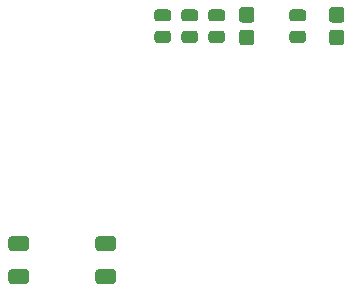
<source format=gbr>
%TF.GenerationSoftware,KiCad,Pcbnew,(5.1.10)-1*%
%TF.CreationDate,2021-07-20T23:53:59+08:00*%
%TF.ProjectId,2.5_SAS_Backend,322e355f-5341-4535-9f42-61636b656e64,rev?*%
%TF.SameCoordinates,Original*%
%TF.FileFunction,Paste,Top*%
%TF.FilePolarity,Positive*%
%FSLAX46Y46*%
G04 Gerber Fmt 4.6, Leading zero omitted, Abs format (unit mm)*
G04 Created by KiCad (PCBNEW (5.1.10)-1) date 2021-07-20 23:53:59*
%MOMM*%
%LPD*%
G01*
G04 APERTURE LIST*
G04 APERTURE END LIST*
%TO.C,D1*%
G36*
G01*
X92094001Y-39070000D02*
X91293999Y-39070000D01*
G75*
G02*
X91044000Y-38820001I0J249999D01*
G01*
X91044000Y-37994999D01*
G75*
G02*
X91293999Y-37745000I249999J0D01*
G01*
X92094001Y-37745000D01*
G75*
G02*
X92344000Y-37994999I0J-249999D01*
G01*
X92344000Y-38820001D01*
G75*
G02*
X92094001Y-39070000I-249999J0D01*
G01*
G37*
G36*
G01*
X92094001Y-40995000D02*
X91293999Y-40995000D01*
G75*
G02*
X91044000Y-40745001I0J249999D01*
G01*
X91044000Y-39919999D01*
G75*
G02*
X91293999Y-39670000I249999J0D01*
G01*
X92094001Y-39670000D01*
G75*
G02*
X92344000Y-39919999I0J-249999D01*
G01*
X92344000Y-40745001D01*
G75*
G02*
X92094001Y-40995000I-249999J0D01*
G01*
G37*
%TD*%
%TO.C,R1*%
G36*
G01*
X88842002Y-38970000D02*
X87941998Y-38970000D01*
G75*
G02*
X87692000Y-38720002I0J249998D01*
G01*
X87692000Y-38194998D01*
G75*
G02*
X87941998Y-37945000I249998J0D01*
G01*
X88842002Y-37945000D01*
G75*
G02*
X89092000Y-38194998I0J-249998D01*
G01*
X89092000Y-38720002D01*
G75*
G02*
X88842002Y-38970000I-249998J0D01*
G01*
G37*
G36*
G01*
X88842002Y-40795000D02*
X87941998Y-40795000D01*
G75*
G02*
X87692000Y-40545002I0J249998D01*
G01*
X87692000Y-40019998D01*
G75*
G02*
X87941998Y-39770000I249998J0D01*
G01*
X88842002Y-39770000D01*
G75*
G02*
X89092000Y-40019998I0J-249998D01*
G01*
X89092000Y-40545002D01*
G75*
G02*
X88842002Y-40795000I-249998J0D01*
G01*
G37*
%TD*%
%TO.C,F2*%
G36*
G01*
X71511000Y-59957000D02*
X72761000Y-59957000D01*
G75*
G02*
X73011000Y-60207000I0J-250000D01*
G01*
X73011000Y-60957000D01*
G75*
G02*
X72761000Y-61207000I-250000J0D01*
G01*
X71511000Y-61207000D01*
G75*
G02*
X71261000Y-60957000I0J250000D01*
G01*
X71261000Y-60207000D01*
G75*
G02*
X71511000Y-59957000I250000J0D01*
G01*
G37*
G36*
G01*
X71511000Y-57157000D02*
X72761000Y-57157000D01*
G75*
G02*
X73011000Y-57407000I0J-250000D01*
G01*
X73011000Y-58157000D01*
G75*
G02*
X72761000Y-58407000I-250000J0D01*
G01*
X71511000Y-58407000D01*
G75*
G02*
X71261000Y-58157000I0J250000D01*
G01*
X71261000Y-57407000D01*
G75*
G02*
X71511000Y-57157000I250000J0D01*
G01*
G37*
%TD*%
%TO.C,F1*%
G36*
G01*
X64145000Y-59957000D02*
X65395000Y-59957000D01*
G75*
G02*
X65645000Y-60207000I0J-250000D01*
G01*
X65645000Y-60957000D01*
G75*
G02*
X65395000Y-61207000I-250000J0D01*
G01*
X64145000Y-61207000D01*
G75*
G02*
X63895000Y-60957000I0J250000D01*
G01*
X63895000Y-60207000D01*
G75*
G02*
X64145000Y-59957000I250000J0D01*
G01*
G37*
G36*
G01*
X64145000Y-57157000D02*
X65395000Y-57157000D01*
G75*
G02*
X65645000Y-57407000I0J-250000D01*
G01*
X65645000Y-58157000D01*
G75*
G02*
X65395000Y-58407000I-250000J0D01*
G01*
X64145000Y-58407000D01*
G75*
G02*
X63895000Y-58157000I0J250000D01*
G01*
X63895000Y-57407000D01*
G75*
G02*
X64145000Y-57157000I250000J0D01*
G01*
G37*
%TD*%
%TO.C,R4*%
G36*
G01*
X81984002Y-38970000D02*
X81083998Y-38970000D01*
G75*
G02*
X80834000Y-38720002I0J249998D01*
G01*
X80834000Y-38194998D01*
G75*
G02*
X81083998Y-37945000I249998J0D01*
G01*
X81984002Y-37945000D01*
G75*
G02*
X82234000Y-38194998I0J-249998D01*
G01*
X82234000Y-38720002D01*
G75*
G02*
X81984002Y-38970000I-249998J0D01*
G01*
G37*
G36*
G01*
X81984002Y-40795000D02*
X81083998Y-40795000D01*
G75*
G02*
X80834000Y-40545002I0J249998D01*
G01*
X80834000Y-40019998D01*
G75*
G02*
X81083998Y-39770000I249998J0D01*
G01*
X81984002Y-39770000D01*
G75*
G02*
X82234000Y-40019998I0J-249998D01*
G01*
X82234000Y-40545002D01*
G75*
G02*
X81984002Y-40795000I-249998J0D01*
G01*
G37*
%TD*%
%TO.C,R3*%
G36*
G01*
X78797998Y-39770000D02*
X79698002Y-39770000D01*
G75*
G02*
X79948000Y-40019998I0J-249998D01*
G01*
X79948000Y-40545002D01*
G75*
G02*
X79698002Y-40795000I-249998J0D01*
G01*
X78797998Y-40795000D01*
G75*
G02*
X78548000Y-40545002I0J249998D01*
G01*
X78548000Y-40019998D01*
G75*
G02*
X78797998Y-39770000I249998J0D01*
G01*
G37*
G36*
G01*
X78797998Y-37945000D02*
X79698002Y-37945000D01*
G75*
G02*
X79948000Y-38194998I0J-249998D01*
G01*
X79948000Y-38720002D01*
G75*
G02*
X79698002Y-38970000I-249998J0D01*
G01*
X78797998Y-38970000D01*
G75*
G02*
X78548000Y-38720002I0J249998D01*
G01*
X78548000Y-38194998D01*
G75*
G02*
X78797998Y-37945000I249998J0D01*
G01*
G37*
%TD*%
%TO.C,R2*%
G36*
G01*
X77412002Y-38970000D02*
X76511998Y-38970000D01*
G75*
G02*
X76262000Y-38720002I0J249998D01*
G01*
X76262000Y-38194998D01*
G75*
G02*
X76511998Y-37945000I249998J0D01*
G01*
X77412002Y-37945000D01*
G75*
G02*
X77662000Y-38194998I0J-249998D01*
G01*
X77662000Y-38720002D01*
G75*
G02*
X77412002Y-38970000I-249998J0D01*
G01*
G37*
G36*
G01*
X77412002Y-40795000D02*
X76511998Y-40795000D01*
G75*
G02*
X76262000Y-40545002I0J249998D01*
G01*
X76262000Y-40019998D01*
G75*
G02*
X76511998Y-39770000I249998J0D01*
G01*
X77412002Y-39770000D01*
G75*
G02*
X77662000Y-40019998I0J-249998D01*
G01*
X77662000Y-40545002D01*
G75*
G02*
X77412002Y-40795000I-249998J0D01*
G01*
G37*
%TD*%
%TO.C,D2*%
G36*
G01*
X83673999Y-39670000D02*
X84474001Y-39670000D01*
G75*
G02*
X84724000Y-39919999I0J-249999D01*
G01*
X84724000Y-40745001D01*
G75*
G02*
X84474001Y-40995000I-249999J0D01*
G01*
X83673999Y-40995000D01*
G75*
G02*
X83424000Y-40745001I0J249999D01*
G01*
X83424000Y-39919999D01*
G75*
G02*
X83673999Y-39670000I249999J0D01*
G01*
G37*
G36*
G01*
X83673999Y-37745000D02*
X84474001Y-37745000D01*
G75*
G02*
X84724000Y-37994999I0J-249999D01*
G01*
X84724000Y-38820001D01*
G75*
G02*
X84474001Y-39070000I-249999J0D01*
G01*
X83673999Y-39070000D01*
G75*
G02*
X83424000Y-38820001I0J249999D01*
G01*
X83424000Y-37994999D01*
G75*
G02*
X83673999Y-37745000I249999J0D01*
G01*
G37*
%TD*%
M02*

</source>
